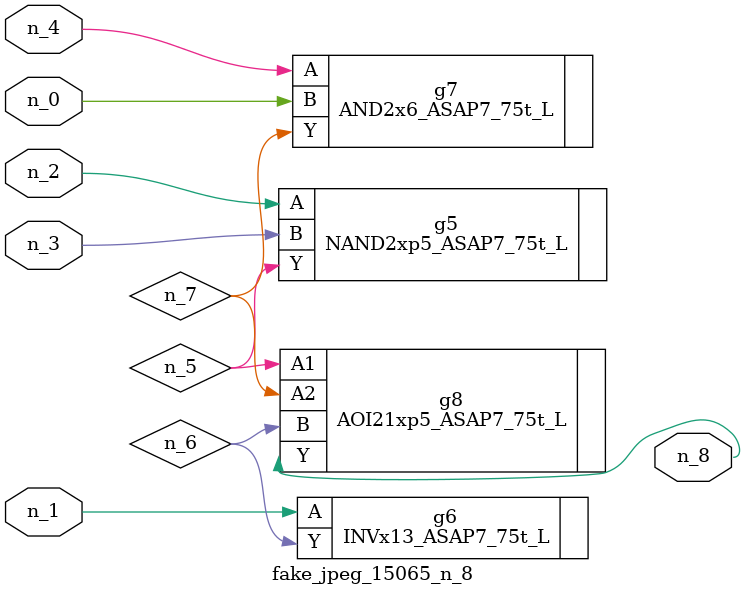
<source format=v>
module fake_jpeg_15065_n_8 (n_3, n_2, n_1, n_0, n_4, n_8);

input n_3;
input n_2;
input n_1;
input n_0;
input n_4;

output n_8;

wire n_6;
wire n_5;
wire n_7;

NAND2xp5_ASAP7_75t_L g5 ( 
.A(n_2),
.B(n_3),
.Y(n_5)
);

INVx13_ASAP7_75t_L g6 ( 
.A(n_1),
.Y(n_6)
);

AND2x6_ASAP7_75t_L g7 ( 
.A(n_4),
.B(n_0),
.Y(n_7)
);

AOI21xp5_ASAP7_75t_L g8 ( 
.A1(n_5),
.A2(n_7),
.B(n_6),
.Y(n_8)
);


endmodule
</source>
